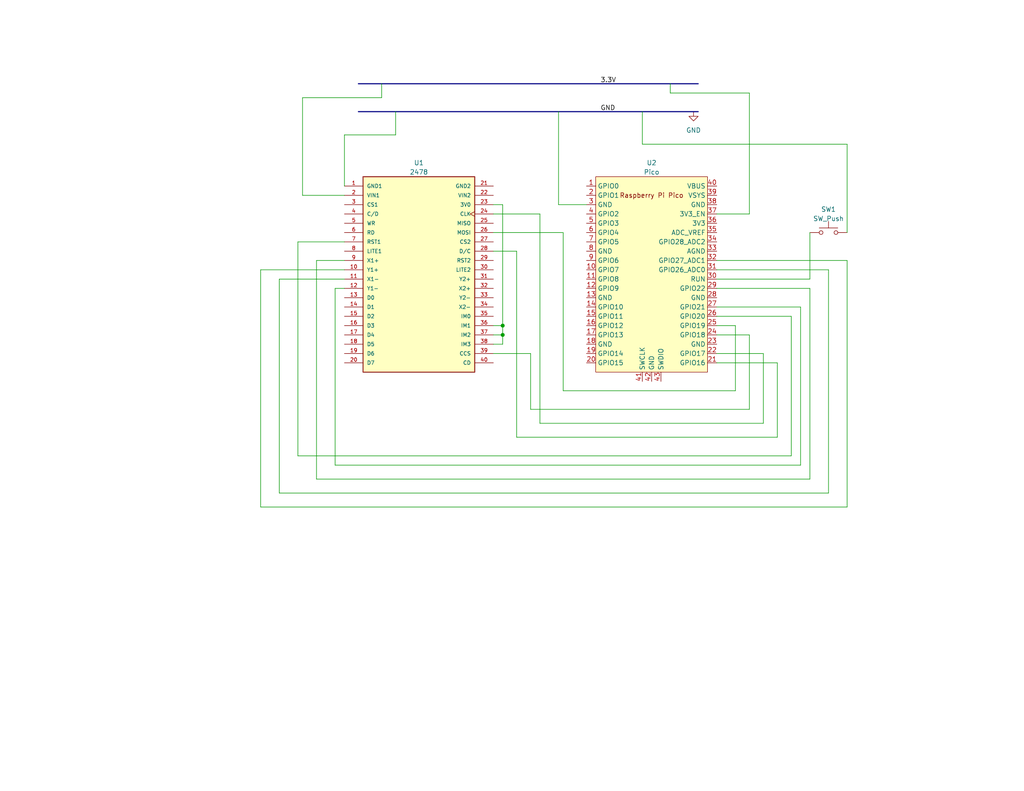
<source format=kicad_sch>
(kicad_sch (version 20230121) (generator eeschema)
  (paper "A")
  (title_block (title "Lab 4 Schematic - Pico and LCD Touchscreen") (company "Lafayette College ") (comment 1 "Steven Pang") (comment 2 "Alexandar Lindquist"))
  (lib_symbols
    (symbol "2478:2478" (pin_names (offset 1.016))
      (property "Reference" "U" (at -15.2631 28.6183 0))
      (property "Value" "2478" (at -15.262 -27.9803 0))
      (symbol "2478_0_0"
        (rectangle (start -15.24 -25.4) (end 15.24 27.94) (stroke (width 0.254)) (fill (type background)))
        (pin power_in line (at -20.32 25.4 0) (length 5.08) (name "GND1") (number "1"))
        (pin output line (at -20.32 2.54 0) (length 5.08) (name "Y1+") (number "10"))
        (pin output line (at -20.32 0 0) (length 5.08) (name "X1-") (number "11"))
        (pin output line (at -20.32 -2.54 0) (length 5.08) (name "Y1-") (number "12"))
        (pin bidirectional line (at -20.32 -5.08 0) (length 5.08) (name "D0") (number "13"))
        (pin bidirectional line (at -20.32 -7.62 0) (length 5.08) (name "D1") (number "14"))
        (pin bidirectional line (at -20.32 -10.16 0) (length 5.08) (name "D2") (number "15"))
        (pin bidirectional line (at -20.32 -12.7 0) (length 5.08) (name "D3") (number "16"))
        (pin bidirectional line (at -20.32 -15.24 0) (length 5.08) (name "D4") (number "17"))
        (pin bidirectional line (at -20.32 -17.78 0) (length 5.08) (name "D5") (number "18"))
        (pin bidirectional line (at -20.32 -20.32 0) (length 5.08) (name "D6") (number "19"))
        (pin power_in line (at -20.32 22.86 0) (length 5.08) (name "VIN1") (number "2"))
        (pin bidirectional line (at -20.32 -22.86 0) (length 5.08) (name "D7") (number "20"))
        (pin power_in line (at 20.32 25.4 180) (length 5.08) (name "GND2") (number "21"))
        (pin power_in line (at 20.32 22.86 180) (length 5.08) (name "VIN2") (number "22"))
        (pin output line (at 20.32 20.32 180) (length 5.08) (name "3V0") (number "23"))
        (pin input clock (at 20.32 17.78 180) (length 5.08) (name "CLK") (number "24"))
        (pin output line (at 20.32 15.24 180) (length 5.08) (name "MISO") (number "25"))
        (pin input line (at 20.32 12.7 180) (length 5.08) (name "MOSI") (number "26"))
        (pin input line (at 20.32 10.16 180) (length 5.08) (name "CS2") (number "27"))
        (pin input line (at 20.32 7.62 180) (length 5.08) (name "D/C") (number "28"))
        (pin input line (at 20.32 5.08 180) (length 5.08) (name "RST2") (number "29"))
        (pin input line (at -20.32 20.32 0) (length 5.08) (name "CS1") (number "3"))
        (pin input line (at 20.32 2.54 180) (length 5.08) (name "LITE2") (number "30"))
        (pin output line (at 20.32 0 180) (length 5.08) (name "Y2+") (number "31"))
        (pin output line (at 20.32 -2.54 180) (length 5.08) (name "X2+") (number "32"))
        (pin output line (at 20.32 -5.08 180) (length 5.08) (name "Y2-") (number "33"))
        (pin output line (at 20.32 -7.62 180) (length 5.08) (name "X2-") (number "34"))
        (pin input line (at 20.32 -10.16 180) (length 5.08) (name "IM0") (number "35"))
        (pin input line (at 20.32 -12.7 180) (length 5.08) (name "IM1") (number "36"))
        (pin input line (at 20.32 -15.24 180) (length 5.08) (name "IM2") (number "37"))
        (pin input line (at 20.32 -17.78 180) (length 5.08) (name "IM3") (number "38"))
        (pin input line (at 20.32 -20.32 180) (length 5.08) (name "CCS") (number "39"))
        (pin input line (at -20.32 17.78 0) (length 5.08) (name "C/D") (number "4"))
        (pin output line (at 20.32 -22.86 180) (length 5.08) (name "CD") (number "40"))
        (pin input line (at -20.32 15.24 0) (length 5.08) (name "WR") (number "5"))
        (pin input line (at -20.32 12.7 0) (length 5.08) (name "RD") (number "6"))
        (pin input line (at -20.32 10.16 0) (length 5.08) (name "RST1") (number "7"))
        (pin input line (at -20.32 7.62 0) (length 5.08) (name "LITE1") (number "8"))
        (pin output line (at -20.32 5.08 0) (length 5.08) (name "X1+") (number "9"))
      )
    )
    (symbol "MCU_RaspberryPi_and_Boards:Pico"
      (property "Reference" "U" (at -13.97 27.94 0))
      (property "Value" "Pico" (at 0 19.05 0))
      (symbol "Pico_0_0"
        (text "Raspberry Pi Pico" (at 0 21.59 0) (effects (font (size 1.27 1.27))))
      )
      (symbol "Pico_0_1"
        (rectangle (start -15.24 26.67) (end 15.24 -26.67) (fill (type background)))
      )
      (symbol "Pico_1_1"
        (pin bidirectional line (at -17.78 24.13 0) (length 2.54) (name "GPIO0") (number "1"))
        (pin bidirectional line (at -17.78 1.27 0) (length 2.54) (name "GPIO7") (number "10"))
        (pin bidirectional line (at -17.78 -1.27 0) (length 2.54) (name "GPIO8") (number "11"))
        (pin bidirectional line (at -17.78 -3.81 0) (length 2.54) (name "GPIO9") (number "12"))
        (pin power_in line (at -17.78 -6.35 0) (length 2.54) (name "GND") (number "13"))
        (pin bidirectional line (at -17.78 -8.89 0) (length 2.54) (name "GPIO10") (number "14"))
        (pin bidirectional line (at -17.78 -11.43 0) (length 2.54) (name "GPIO11") (number "15"))
        (pin bidirectional line (at -17.78 -13.97 0) (length 2.54) (name "GPIO12") (number "16"))
        (pin bidirectional line (at -17.78 -16.51 0) (length 2.54) (name "GPIO13") (number "17"))
        (pin power_in line (at -17.78 -19.05 0) (length 2.54) (name "GND") (number "18"))
        (pin bidirectional line (at -17.78 -21.59 0) (length 2.54) (name "GPIO14") (number "19"))
        (pin bidirectional line (at -17.78 21.59 0) (length 2.54) (name "GPIO1") (number "2"))
        (pin bidirectional line (at -17.78 -24.13 0) (length 2.54) (name "GPIO15") (number "20"))
        (pin bidirectional line (at 17.78 -24.13 180) (length 2.54) (name "GPIO16") (number "21"))
        (pin bidirectional line (at 17.78 -21.59 180) (length 2.54) (name "GPIO17") (number "22"))
        (pin power_in line (at 17.78 -19.05 180) (length 2.54) (name "GND") (number "23"))
        (pin bidirectional line (at 17.78 -16.51 180) (length 2.54) (name "GPIO18") (number "24"))
        (pin bidirectional line (at 17.78 -13.97 180) (length 2.54) (name "GPIO19") (number "25"))
        (pin bidirectional line (at 17.78 -11.43 180) (length 2.54) (name "GPIO20") (number "26"))
        (pin bidirectional line (at 17.78 -8.89 180) (length 2.54) (name "GPIO21") (number "27"))
        (pin power_in line (at 17.78 -6.35 180) (length 2.54) (name "GND") (number "28"))
        (pin bidirectional line (at 17.78 -3.81 180) (length 2.54) (name "GPIO22") (number "29"))
        (pin power_in line (at -17.78 19.05 0) (length 2.54) (name "GND") (number "3"))
        (pin input line (at 17.78 -1.27 180) (length 2.54) (name "RUN") (number "30"))
        (pin bidirectional line (at 17.78 1.27 180) (length 2.54) (name "GPIO26_ADC0") (number "31"))
        (pin bidirectional line (at 17.78 3.81 180) (length 2.54) (name "GPIO27_ADC1") (number "32"))
        (pin power_in line (at 17.78 6.35 180) (length 2.54) (name "AGND") (number "33"))
        (pin bidirectional line (at 17.78 8.89 180) (length 2.54) (name "GPIO28_ADC2") (number "34"))
        (pin power_in line (at 17.78 11.43 180) (length 2.54) (name "ADC_VREF") (number "35"))
        (pin power_in line (at 17.78 13.97 180) (length 2.54) (name "3V3") (number "36"))
        (pin input line (at 17.78 16.51 180) (length 2.54) (name "3V3_EN") (number "37"))
        (pin bidirectional line (at 17.78 19.05 180) (length 2.54) (name "GND") (number "38"))
        (pin power_in line (at 17.78 21.59 180) (length 2.54) (name "VSYS") (number "39"))
        (pin bidirectional line (at -17.78 16.51 0) (length 2.54) (name "GPIO2") (number "4"))
        (pin power_in line (at 17.78 24.13 180) (length 2.54) (name "VBUS") (number "40"))
        (pin input line (at -2.54 -29.21 90) (length 2.54) (name "SWCLK") (number "41"))
        (pin power_in line (at 0 -29.21 90) (length 2.54) (name "GND") (number "42"))
        (pin bidirectional line (at 2.54 -29.21 90) (length 2.54) (name "SWDIO") (number "43"))
        (pin bidirectional line (at -17.78 13.97 0) (length 2.54) (name "GPIO3") (number "5"))
        (pin bidirectional line (at -17.78 11.43 0) (length 2.54) (name "GPIO4") (number "6"))
        (pin bidirectional line (at -17.78 8.89 0) (length 2.54) (name "GPIO5") (number "7"))
        (pin power_in line (at -17.78 6.35 0) (length 2.54) (name "GND") (number "8"))
        (pin bidirectional line (at -17.78 3.81 0) (length 2.54) (name "GPIO6") (number "9"))
      )
    )
    (symbol "Switch:SW_Push" (pin_numbers hide) (pin_names (offset 1.016) hide)
      (property "Reference" "SW" (at 1.27 2.54 0))
      (property "Value" "SW_Push" (at 0 -1.524 0))
      (symbol "SW_Push_0_1"
        (circle (center -2.032 0) (radius 0.508))
        (polyline (pts (xy 0 1.27) (xy 0 3.048)))
        (polyline (pts (xy 2.54 1.27) (xy -2.54 1.27)))
        (circle (center 2.032 0) (radius 0.508))
        (pin passive line (at -5.08 0 0) (length 2.54) (name "1") (number "1"))
        (pin passive line (at 5.08 0 180) (length 2.54) (name "2") (number "2"))
      )
    )
    (symbol "power:GND" (power) (pin_names (offset 0))
      (property "Value" "GND" (at 0 -3.81 0))
      (symbol "GND_0_1"
        (polyline (pts (xy 0 0) (xy 0 -1.27) (xy 1.27 -1.27) (xy 0 -2.54) (xy -1.27 -1.27) (xy 0 -1.27)))
      )
      (symbol "GND_1_1"
        (pin power_in line (at 0 0 270) (length 0) hide (name "GND") (number "1"))
      )
    )
  )
  (junction (at 137.16 88.9))
  (junction (at 137.16 91.44))
  (wire (pts (xy 195.58 58.42) (xy 204.47 58.42)))
  (wire (pts (xy 137.16 55.88) (xy 137.16 88.9)))
  (wire (pts (xy 93.98 53.34) (xy 82.55 53.34)))
  (wire (pts (xy 160.02 55.88) (xy 152.4 55.88)))
  (wire (pts (xy 215.9 124.46) (xy 215.9 86.36)))
  (wire (pts (xy 204.47 111.76) (xy 204.47 91.44)))
  (wire (pts (xy 134.62 68.58) (xy 140.97 68.58)))
  (wire (pts (xy 107.95 30.48) (xy 107.95 36.83)))
  (wire (pts (xy 204.47 58.42) (xy 204.47 25.4)))
  (wire (pts (xy 134.62 63.5) (xy 153.67 63.5)))
  (wire (pts (xy 137.16 91.44) (xy 137.16 93.98)))
  (wire (pts (xy 231.14 138.43) (xy 231.14 71.12)))
  (wire (pts (xy 182.88 22.86) (xy 182.88 25.4)))
  (wire (pts (xy 220.98 63.5) (xy 220.98 76.2)))
  (wire (pts (xy 93.98 73.66) (xy 71.12 73.66)))
  (wire (pts (xy 93.98 66.04) (xy 81.28 66.04)))
  (wire (pts (xy 137.16 88.9) (xy 137.16 91.44)))
  (wire (pts (xy 144.78 96.52) (xy 144.78 111.76)))
  (wire (pts (xy 86.36 71.12) (xy 86.36 130.81)))
  (wire (pts (xy 76.2 76.2) (xy 76.2 134.62)))
  (wire (pts (xy 215.9 86.36) (xy 195.58 86.36)))
  (wire (pts (xy 153.67 106.68) (xy 200.66 106.68)))
  (wire (pts (xy 81.28 66.04) (xy 81.28 124.46)))
  (wire (pts (xy 220.98 76.2) (xy 195.58 76.2)))
  (wire (pts (xy 195.58 99.06) (xy 212.09 99.06)))
  (wire (pts (xy 204.47 91.44) (xy 195.58 91.44)))
  (wire (pts (xy 218.44 127) (xy 218.44 83.82)))
  (wire (pts (xy 93.98 78.74) (xy 91.44 78.74)))
  (wire (pts (xy 137.16 88.9) (xy 134.62 88.9)))
  (wire (pts (xy 134.62 55.88) (xy 137.16 55.88)))
  (wire (pts (xy 200.66 106.68) (xy 200.66 88.9)))
  (wire (pts (xy 144.78 111.76) (xy 204.47 111.76)))
  (wire (pts (xy 93.98 71.12) (xy 86.36 71.12)))
  (wire (pts (xy 226.06 134.62) (xy 226.06 73.66)))
  (bus (pts (xy 97.79 22.86) (xy 190.5 22.86)))
  (wire (pts (xy 212.09 119.38) (xy 212.09 99.06)))
  (wire (pts (xy 218.44 83.82) (xy 195.58 83.82)))
  (wire (pts (xy 91.44 78.74) (xy 91.44 127)))
  (wire (pts (xy 231.14 63.5) (xy 231.14 39.37)))
  (wire (pts (xy 76.2 134.62) (xy 226.06 134.62)))
  (wire (pts (xy 153.67 63.5) (xy 153.67 106.68)))
  (wire (pts (xy 81.28 124.46) (xy 215.9 124.46)))
  (wire (pts (xy 93.98 76.2) (xy 76.2 76.2)))
  (wire (pts (xy 140.97 68.58) (xy 140.97 119.38)))
  (wire (pts (xy 204.47 25.4) (xy 182.88 25.4)))
  (wire (pts (xy 220.98 130.81) (xy 220.98 78.74)))
  (wire (pts (xy 226.06 73.66) (xy 195.58 73.66)))
  (wire (pts (xy 134.62 58.42) (xy 147.32 58.42)))
  (wire (pts (xy 137.16 93.98) (xy 134.62 93.98)))
  (wire (pts (xy 208.28 115.57) (xy 208.28 96.52)))
  (wire (pts (xy 93.98 50.8) (xy 93.98 36.83)))
  (wire (pts (xy 104.14 22.86) (xy 104.14 26.67)))
  (wire (pts (xy 82.55 53.34) (xy 82.55 26.67)))
  (wire (pts (xy 208.28 96.52) (xy 195.58 96.52)))
  (wire (pts (xy 71.12 138.43) (xy 231.14 138.43)))
  (wire (pts (xy 175.26 30.48) (xy 175.26 39.37)))
  (wire (pts (xy 147.32 58.42) (xy 147.32 115.57)))
  (wire (pts (xy 71.12 73.66) (xy 71.12 138.43)))
  (wire (pts (xy 137.16 91.44) (xy 134.62 91.44)))
  (wire (pts (xy 140.97 119.38) (xy 212.09 119.38)))
  (wire (pts (xy 152.4 55.88) (xy 152.4 30.48)))
  (wire (pts (xy 134.62 96.52) (xy 144.78 96.52)))
  (wire (pts (xy 82.55 26.67) (xy 104.14 26.67)))
  (bus (pts (xy 97.79 30.48) (xy 190.5 30.48)))
  (wire (pts (xy 86.36 130.81) (xy 220.98 130.81)))
  (wire (pts (xy 220.98 78.74) (xy 195.58 78.74)))
  (wire (pts (xy 93.98 36.83) (xy 107.95 36.83)))
  (wire (pts (xy 231.14 39.37) (xy 175.26 39.37)))
  (wire (pts (xy 91.44 127) (xy 218.44 127)))
  (wire (pts (xy 147.32 115.57) (xy 208.28 115.57)))
  (wire (pts (xy 231.14 71.12) (xy 195.58 71.12)))
  (wire (pts (xy 200.66 88.9) (xy 195.58 88.9)))
  (label "GND" (at 163.83 30.48 0))
  (label "3.3V" (at 163.83 22.86 0))
  (symbol (lib_id "2478:2478") (at 114.3 76.2 0) (unit 1)
    (property "Reference" "U1" (at 114.3 44.45 0))
    (property "Value" "2478" (at 114.3 46.99 0))
    (property "Footprint" "ADAFRUIT_2478" (effects hide))
    (property "MANUFACTURER" "Adafruit Industries LLC" (effects hide))
  )
  (symbol (lib_id "Switch:SW_Push") (at 226.06 63.5 0) (unit 1)
    (property "Reference" "SW1" (at 226.06 57.15 0))
    (property "Value" "SW_Push" (at 226.06 59.69 0))
  )
  (symbol (lib_id "MCU_RaspberryPi_and_Boards:Pico") (at 177.8 74.93 0) (unit 1)
    (property "Reference" "U2" (at 177.8 44.45 0))
    (property "Value" "Pico" (at 177.8 46.99 0))
    (property "Footprint" "RPi_Pico:RPi_Pico_SMD_TH" (effects hide))
  )
  (symbol (lib_id "power:GND") (at 189.23 30.48 0) (unit 1)
    (property "Reference" "#PWR01" (effects hide))
    (property "Value" "GND" (at 189.23 35.56 0))
  )
)
</source>
